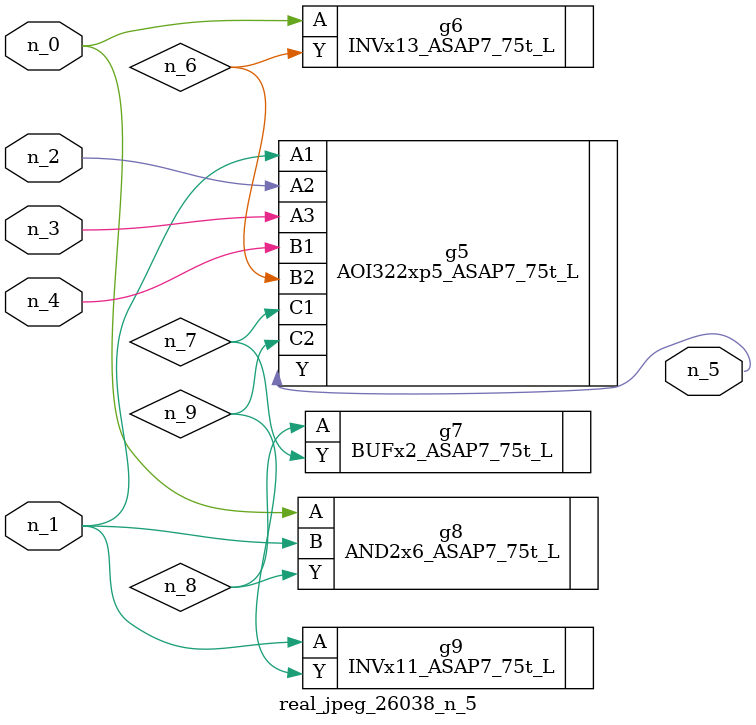
<source format=v>
module real_jpeg_26038_n_5 (n_4, n_0, n_1, n_2, n_3, n_5);

input n_4;
input n_0;
input n_1;
input n_2;
input n_3;

output n_5;

wire n_8;
wire n_6;
wire n_7;
wire n_9;

INVx13_ASAP7_75t_L g6 ( 
.A(n_0),
.Y(n_6)
);

AND2x6_ASAP7_75t_L g8 ( 
.A(n_0),
.B(n_1),
.Y(n_8)
);

AOI322xp5_ASAP7_75t_L g5 ( 
.A1(n_1),
.A2(n_2),
.A3(n_3),
.B1(n_4),
.B2(n_6),
.C1(n_7),
.C2(n_9),
.Y(n_5)
);

INVx11_ASAP7_75t_L g9 ( 
.A(n_1),
.Y(n_9)
);

BUFx2_ASAP7_75t_L g7 ( 
.A(n_8),
.Y(n_7)
);


endmodule
</source>
